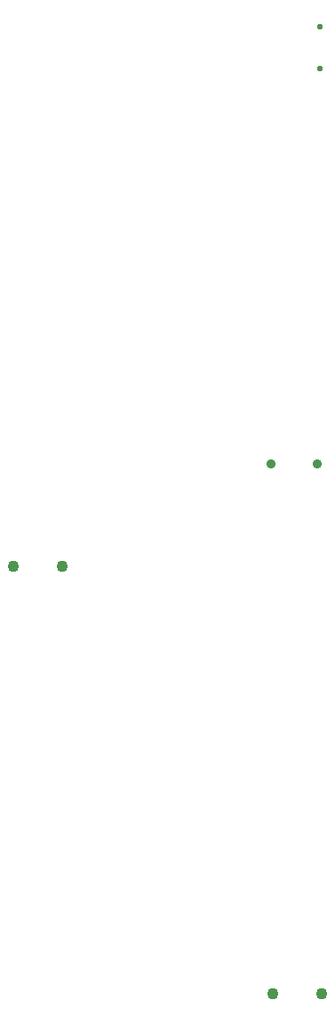
<source format=gbr>
%TF.GenerationSoftware,KiCad,Pcbnew,(6.0.5)*%
%TF.CreationDate,2023-05-31T00:43:28+03:00*%
%TF.ProjectId,JLC1,4a4c4331-2e6b-4696-9361-645f70636258,rev?*%
%TF.SameCoordinates,Original*%
%TF.FileFunction,NonPlated,1,2,NPTH,Drill*%
%TF.FilePolarity,Positive*%
%FSLAX46Y46*%
G04 Gerber Fmt 4.6, Leading zero omitted, Abs format (unit mm)*
G04 Created by KiCad (PCBNEW (6.0.5)) date 2023-05-31 00:43:28*
%MOMM*%
%LPD*%
G01*
G04 APERTURE LIST*
%TA.AperFunction,ComponentDrill*%
%ADD10C,0.550000*%
%TD*%
%TA.AperFunction,ComponentDrill*%
%ADD11C,0.900000*%
%TD*%
%TA.AperFunction,ComponentDrill*%
%ADD12C,1.100000*%
%TD*%
G04 APERTURE END LIST*
D10*
%TO.C,REF\u002A\u002A*%
X200220000Y-37370000D03*
X200220000Y-41370000D03*
D11*
%TO.C,USB*%
X195545000Y-78926250D03*
X199945000Y-78926250D03*
D12*
%TO.C,USB_0*%
X171020000Y-88688750D03*
X175620000Y-88688750D03*
%TO.C,J1*%
X195735000Y-129325000D03*
X200335000Y-129325000D03*
M02*

</source>
